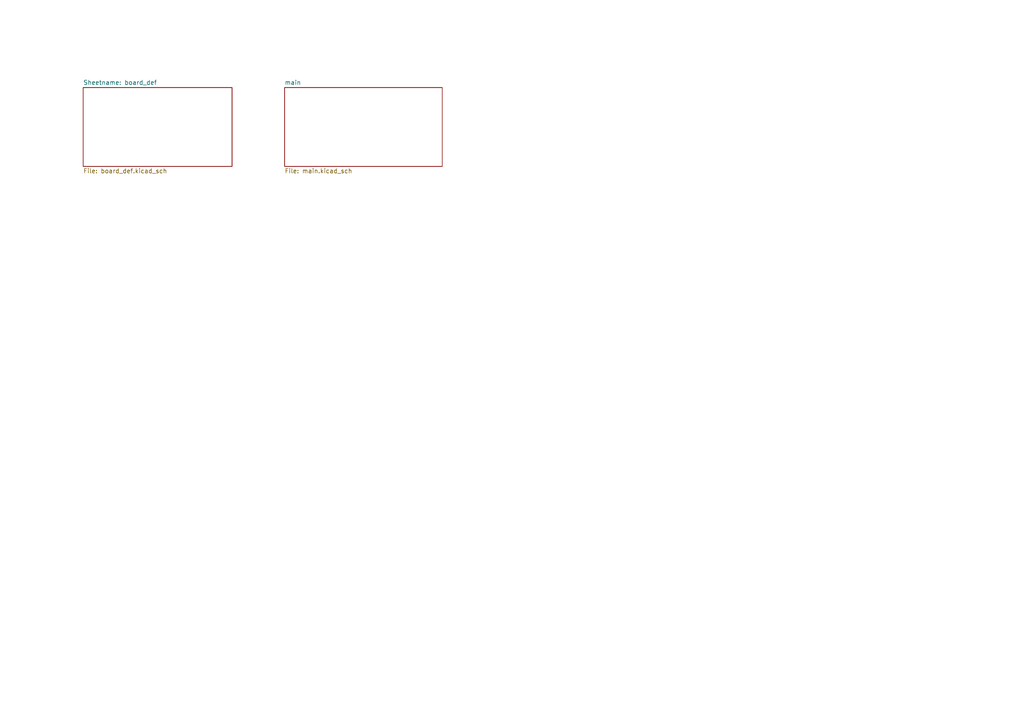
<source format=kicad_sch>
(kicad_sch
	(version 20231120)
	(generator "eeschema")
	(generator_version "8.0")
	(uuid "19eb1580-c65f-494d-88ac-d27fe4c49013")
	(paper "A4")
	(lib_symbols)
	(sheet
		(at 82.55 25.4)
		(size 45.72 22.86)
		(fields_autoplaced yes)
		(stroke
			(width 0.1524)
			(type solid)
		)
		(fill
			(color 0 0 0 0.0000)
		)
		(uuid "61e3dffa-7122-4ceb-8601-7eef1cb7e68a")
		(property "Sheetname" "main"
			(at 82.55 24.6884 0)
			(effects
				(font
					(size 1.27 1.27)
				)
				(justify left bottom)
			)
		)
		(property "Sheetfile" "main.kicad_sch"
			(at 82.55 48.8446 0)
			(effects
				(font
					(size 1.27 1.27)
				)
				(justify left top)
			)
		)
		(instances
			(project "dctester"
				(path "/19eb1580-c65f-494d-88ac-d27fe4c49013"
					(page "3")
				)
			)
		)
	)
	(sheet
		(at 24.13 25.4)
		(size 43.18 22.86)
		(fields_autoplaced yes)
		(stroke
			(width 0.1524)
			(type solid)
		)
		(fill
			(color 0 0 0 0.0000)
		)
		(uuid "73d9d235-43d1-4b0c-a3da-7fb6c28a3a00")
		(property "Sheetname" "board_def"
			(at 24.13 24.6884 0)
			(show_name yes)
			(effects
				(font
					(size 1.27 1.27)
				)
				(justify left bottom)
			)
		)
		(property "Sheetfile" "board_def.kicad_sch"
			(at 24.13 48.8446 0)
			(effects
				(font
					(size 1.27 1.27)
				)
				(justify left top)
			)
		)
		(instances
			(project "dctester"
				(path "/19eb1580-c65f-494d-88ac-d27fe4c49013"
					(page "2")
				)
			)
		)
	)
	(sheet_instances
		(path "/"
			(page "1")
		)
	)
)

</source>
